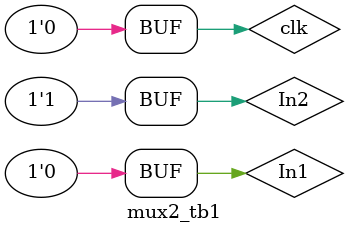
<source format=v>
`timescale 1ns/1ns
`include "mux2.v"
module mux2_tb1;
	wire Out;
	reg In1,In2,clk;
	mux2 mux2(clk, In1, In2, Out );
	initial
		begin
	
   #3 In2=1'b0;In1=1'b1; clk=1'b0;
   #5 In2=1'b1;In1=1'b0; clk=1'b1;
   #3 In2=1'b1;In1=1'b1; clk=1'b0;
   #5 In2=1'b0;In1=1'b0; clk=1'b0;

   #3 In2=1'b0;In1=1'b1; clk=1'b0;
   #5 In2=1'b1;In1=1'b0; clk=1'b1;
   #3 In2=1'b1;In1=1'b1; clk=1'b1;
   #5 In2=1'b0;In1=1'b0; clk=1'b1;
  
   #3 In2=1'b0;In1=1'b1; clk=1'b0;
   #5 In2=1'b1;In1=1'b0; clk=1'b1;
   #3 In2=1'b1;In1=1'b1; clk=1'b1;
   #5 In2=1'b1;In1=1'b0; clk=1'b0;
					
		end

always @( clk or In1 or In2)
#1 $display("t=%t",$time," clk=%b",clk," Out=%b",Out," In=%b%b",In2,In1);

initial  begin
    $dumpfile ("mux2_1.vcd"); 
    $dumpvars;
end
endmodule
</source>
